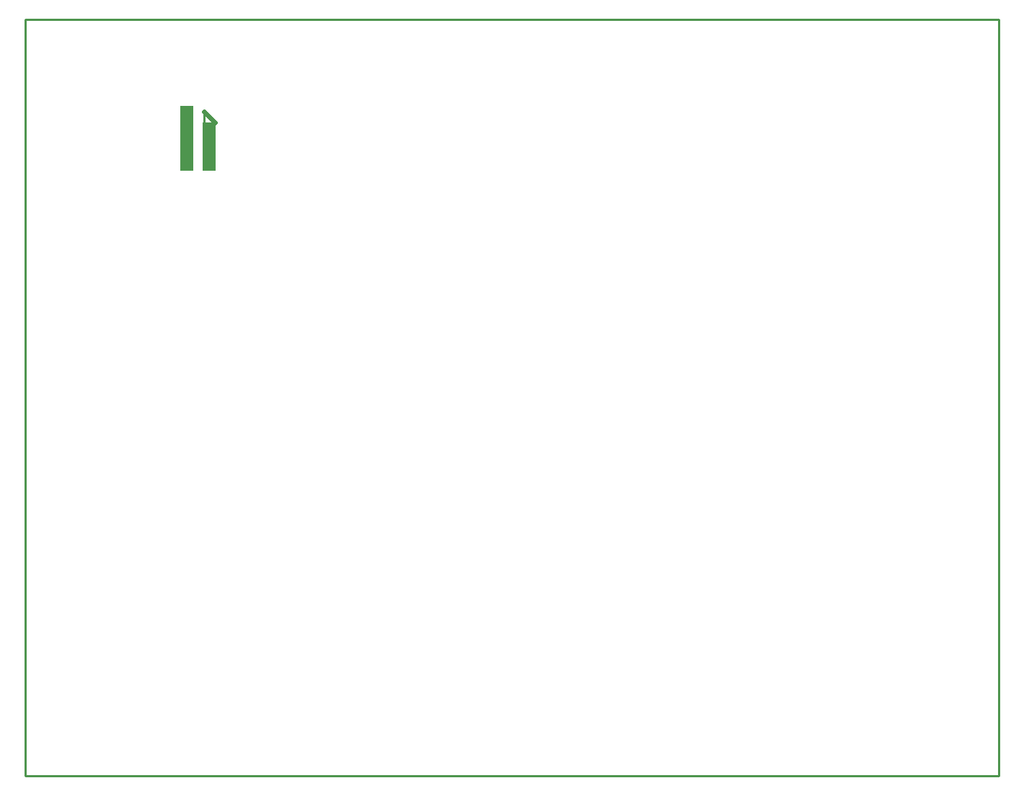
<source format=gko>
*%FSLAX24Y24*%
*%MOIN*%
G01*
%ADD11C,0.0000*%
%ADD12C,0.0050*%
%ADD13C,0.0060*%
%ADD14C,0.0070*%
%ADD15C,0.0073*%
%ADD16C,0.0079*%
%ADD17C,0.0080*%
%ADD18C,0.0098*%
%ADD19C,0.0100*%
%ADD20C,0.0120*%
%ADD21C,0.0160*%
%ADD22C,0.0160*%
%ADD23C,0.0197*%
%ADD24C,0.0200*%
%ADD25C,0.0200*%
%ADD26C,0.0240*%
%ADD27C,0.0250*%
%ADD28C,0.0280*%
%ADD29C,0.0300*%
%ADD30C,0.0300*%
%ADD31C,0.0320*%
%ADD32C,0.0340*%
%ADD33C,0.0360*%
%ADD34C,0.0380*%
%ADD35C,0.0394*%
%ADD36C,0.0397*%
%ADD37C,0.0400*%
%ADD38C,0.0400*%
%ADD39C,0.0434*%
%ADD40C,0.0480*%
%ADD41C,0.0500*%
%ADD42C,0.0500*%
%ADD43C,0.0520*%
%ADD44C,0.0540*%
%ADD45C,0.0560*%
%ADD46C,0.0580*%
%ADD47C,0.0600*%
%ADD48C,0.0600*%
%ADD49C,0.0620*%
%ADD50C,0.0640*%
%ADD51C,0.0650*%
%ADD52C,0.0660*%
%ADD53C,0.0670*%
%ADD54C,0.0680*%
%ADD55C,0.0700*%
%ADD56C,0.0720*%
%ADD57C,0.0740*%
%ADD58C,0.0750*%
%ADD59C,0.0760*%
%ADD60C,0.0800*%
%ADD61C,0.0827*%
%ADD62C,0.0840*%
%ADD63C,0.0850*%
%ADD64C,0.0870*%
%ADD65C,0.0900*%
%ADD66C,0.1000*%
%ADD67C,0.1040*%
%ADD68C,0.1417*%
%ADD69C,0.1417*%
%ADD70C,0.1500*%
%ADD71C,0.1540*%
%ADD72C,0.2417*%
%ADD73C,0.2417*%
%ADD74R,0.0200X0.0200*%
%ADD75R,0.0200X0.0400*%
%ADD76R,0.0250X0.0300*%
%ADD77R,0.0300X0.0300*%
%ADD78R,0.0350X0.0550*%
%ADD79R,0.0350X0.0800*%
%ADD80R,0.0360X0.1300*%
%ADD81R,0.0400X0.0400*%
%ADD82R,0.0400X0.0500*%
%ADD83R,0.0400X0.1350*%
%ADD84R,0.0400X0.2700*%
%ADD85R,0.0420X0.0850*%
%ADD86R,0.0440X0.0540*%
%ADD87R,0.0440X0.1390*%
%ADD88R,0.0460X0.0890*%
%ADD89R,0.0500X0.0200*%
%ADD90R,0.0500X0.0400*%
%ADD91R,0.0500X0.0500*%
%ADD92R,0.0500X0.0500*%
%ADD93R,0.0500X0.0850*%
%ADD94R,0.0500X0.2800*%
%ADD95R,0.0540X0.0440*%
%ADD96R,0.0540X0.0890*%
%ADD97R,0.0540X0.1140*%
%ADD98R,0.0540X0.2840*%
%ADD99R,0.0550X0.0350*%
%ADD100R,0.0551X0.0394*%
%ADD101R,0.0551X0.1417*%
%ADD102R,0.0560X0.0320*%
%ADD103R,0.0591X0.0434*%
%ADD104R,0.0600X0.0280*%
%ADD105R,0.0600X0.0300*%
%ADD106R,0.0600X0.0360*%
%ADD107R,0.0600X0.0600*%
%ADD108R,0.0600X0.0600*%
%ADD109R,0.0600X0.0700*%
%ADD110R,0.0600X0.0900*%
%ADD111R,0.0600X0.1200*%
%ADD112R,0.0620X0.0620*%
%ADD113R,0.0640X0.0320*%
%ADD114R,0.0640X0.0340*%
%ADD115R,0.0640X0.0400*%
%ADD116R,0.0640X0.0640*%
%ADD117R,0.0640X0.0740*%
%ADD118R,0.0640X0.1240*%
%ADD119R,0.0650X0.0200*%
%ADD120R,0.0650X0.0300*%
%ADD121R,0.0650X0.0550*%
%ADD122R,0.0660X0.0660*%
%ADD123R,0.0700X0.0300*%
%ADD124R,0.0700X0.0340*%
%ADD125R,0.0700X0.0350*%
%ADD126R,0.0700X0.0600*%
%ADD127R,0.0700X0.0700*%
%ADD128R,0.0700X0.0700*%
%ADD129R,0.0700X0.1000*%
%ADD130R,0.0709X0.0394*%
%ADD131R,0.0740X0.0640*%
%ADD132R,0.0740X0.0740*%
%ADD133R,0.0740X0.1040*%
%ADD134R,0.0749X0.0434*%
%ADD135R,0.0750X0.0300*%
%ADD136R,0.0750X0.0400*%
%ADD137R,0.0750X0.0550*%
%ADD138R,0.0750X0.0800*%
%ADD139R,0.0760X0.0760*%
%ADD140R,0.0800X0.0350*%
%ADD141R,0.0800X0.0550*%
%ADD142R,0.0800X0.3400*%
%ADD143R,0.0827X0.0394*%
%ADD144R,0.0827X0.0591*%
%ADD145R,0.0867X0.0434*%
%ADD146R,0.0867X0.0631*%
%ADD147R,0.0900X0.0900*%
%ADD148R,0.0900X0.3500*%
%ADD149R,0.0940X0.3540*%
%ADD150R,0.0950X0.1200*%
%ADD151R,0.0960X0.0540*%
%ADD152R,0.0960X0.1220*%
%ADD153R,0.0984X0.1260*%
%ADD154R,0.1000X0.0600*%
%ADD155R,0.1000X0.0800*%
%ADD156R,0.1000X0.1000*%
%ADD157R,0.1000X0.1000*%
%ADD158R,0.1000X0.1200*%
%ADD159R,0.1000X0.1250*%
%ADD160R,0.1040X0.0640*%
%ADD161R,0.1040X0.0840*%
%ADD162R,0.1040X0.1040*%
%ADD163R,0.1040X0.1290*%
%ADD164R,0.1102X0.0394*%
%ADD165R,0.1200X0.0600*%
%ADD166R,0.1200X0.1200*%
%ADD167R,0.1250X0.0600*%
%ADD168R,0.1250X0.0800*%
%ADD169R,0.1250X0.1250*%
%ADD170R,0.1260X0.0591*%
%ADD171R,0.1290X0.0640*%
%ADD172R,0.1300X0.0631*%
%ADD173R,0.1300X0.0360*%
%ADD174R,0.1350X0.0400*%
%ADD175R,0.1390X0.0440*%
%ADD176R,0.1500X0.1000*%
%ADD177R,0.1500X0.1500*%
%ADD178R,0.1540X0.1040*%
%ADD179R,0.1540X0.1540*%
%ADD180R,0.1600X0.0200*%
%ADD181R,0.1600X0.2400*%
%ADD182R,0.1700X0.1700*%
%ADD183R,0.1900X0.1900*%
%ADD184R,0.2000X0.2000*%
%ADD185R,0.2100X0.2100*%
%ADD186R,0.2200X0.2200*%
%ADD187R,0.2300X0.2300*%
%ADD188R,0.2500X0.0500*%
%ADD189R,0.2750X0.0500*%
%ADD190R,0.3000X0.3000*%
%ADD191R,0.3300X0.2750*%
%ADD192R,0.3340X0.2790*%
%ADD193R,0.3700X0.3700*%
%ADD194R,0.4250X0.0750*%
%ADD195R,0.4290X0.0790*%
D19*
X36540Y60470D02*
Y60970D01*
X28290Y65220D02*
Y30220D01*
X73290D02*
Y65220D01*
X28290D01*
Y30220D02*
X73290D01*
D26*
X37040Y60470D02*
X36540Y60970D01*
D108*
X36790Y60170D02*
Y58520D01*
X35740D02*
Y60920D01*
D02*
M02*

</source>
